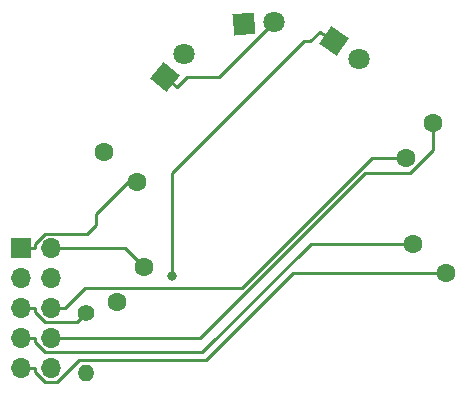
<source format=gbr>
%TF.GenerationSoftware,KiCad,Pcbnew,(6.0.7-1)-1*%
%TF.CreationDate,2023-11-13T05:29:28+10:00*%
%TF.ProjectId,BATT-PCB,42415454-2d50-4434-922e-6b696361645f,rev?*%
%TF.SameCoordinates,Original*%
%TF.FileFunction,Copper,L1,Top*%
%TF.FilePolarity,Positive*%
%FSLAX46Y46*%
G04 Gerber Fmt 4.6, Leading zero omitted, Abs format (unit mm)*
G04 Created by KiCad (PCBNEW (6.0.7-1)-1) date 2023-11-13 05:29:28*
%MOMM*%
%LPD*%
G01*
G04 APERTURE LIST*
G04 Aperture macros list*
%AMRotRect*
0 Rectangle, with rotation*
0 The origin of the aperture is its center*
0 $1 length*
0 $2 width*
0 $3 Rotation angle, in degrees counterclockwise*
0 Add horizontal line*
21,1,$1,$2,0,0,$3*%
G04 Aperture macros list end*
%TA.AperFunction,ComponentPad*%
%ADD10C,1.400000*%
%TD*%
%TA.AperFunction,ComponentPad*%
%ADD11O,1.400000X1.400000*%
%TD*%
%TA.AperFunction,ComponentPad*%
%ADD12RotRect,1.800000X1.800000X50.000000*%
%TD*%
%TA.AperFunction,ComponentPad*%
%ADD13C,1.800000*%
%TD*%
%TA.AperFunction,ComponentPad*%
%ADD14RotRect,1.800000X1.800000X5.000000*%
%TD*%
%TA.AperFunction,ComponentPad*%
%ADD15C,1.600000*%
%TD*%
%TA.AperFunction,ComponentPad*%
%ADD16RotRect,1.800000X1.800000X325.000000*%
%TD*%
%TA.AperFunction,ComponentPad*%
%ADD17R,1.700000X1.700000*%
%TD*%
%TA.AperFunction,ComponentPad*%
%ADD18O,1.700000X1.700000*%
%TD*%
%TA.AperFunction,ViaPad*%
%ADD19C,0.800000*%
%TD*%
%TA.AperFunction,Conductor*%
%ADD20C,0.250000*%
%TD*%
G04 APERTURE END LIST*
D10*
%TO.P,R1,1*%
%TO.N,/LED-12V*%
X75000000Y-85000000D03*
D11*
%TO.P,R1,2*%
%TO.N,Net-(D1-Pad1)*%
X75000000Y-90080000D03*
%TD*%
D12*
%TO.P,D3,1,K*%
%TO.N,Net-(D2-Pad2)*%
X81680400Y-64976700D03*
D13*
%TO.P,D3,2,A*%
%TO.N,/LED+12V*%
X83313081Y-63030947D03*
%TD*%
D14*
%TO.P,D2,1,K*%
%TO.N,Net-(D1-Pad2)*%
X88405300Y-60531400D03*
D13*
%TO.P,D2,2,A*%
%TO.N,Net-(D2-Pad2)*%
X90935635Y-60310024D03*
%TD*%
D15*
%TO.P,U1,1*%
%TO.N,/STEPPER-1-1*%
X79297119Y-73880003D03*
%TO.P,U1,2*%
%TO.N,/STEPPER-1-2*%
X79929870Y-81112377D03*
%TO.P,U1,3*%
%TO.N,/STEPPER-1-3*%
X102702881Y-79119997D03*
%TO.P,U1,4*%
%TO.N,/STEPPER-1-4*%
X102070130Y-71887623D03*
%TO.P,U1,5*%
%TO.N,/STEPPER-2-1*%
X76528850Y-71381767D03*
%TO.P,U1,6*%
%TO.N,/STEPPER-2-2*%
X77607585Y-84055979D03*
%TO.P,U1,7*%
%TO.N,/STEPPER-2-3*%
X105501036Y-81615618D03*
%TO.P,U1,8*%
%TO.N,/STEPPER-2-4*%
X104392415Y-68944021D03*
%TD*%
D16*
%TO.P,D1,1,K*%
%TO.N,Net-(D1-Pad1)*%
X96000000Y-62000000D03*
D13*
%TO.P,D1,2,A*%
%TO.N,Net-(D1-Pad2)*%
X98080646Y-63456884D03*
%TD*%
D17*
%TO.P,J1,1,Pin_1*%
%TO.N,/STEPPER-1-1*%
X69500000Y-79500000D03*
D18*
%TO.P,J1,2,Pin_2*%
%TO.N,/STEPPER-1-2*%
X72040000Y-79500000D03*
%TO.P,J1,3,Pin_3*%
%TO.N,/STEPPER-2-1*%
X69500000Y-82040000D03*
%TO.P,J1,4,Pin_4*%
%TO.N,/STEPPER-2-2*%
X72040000Y-82040000D03*
%TO.P,J1,5,Pin_5*%
%TO.N,/LED-12V*%
X69500000Y-84580000D03*
%TO.P,J1,6,Pin_6*%
%TO.N,/STEPPER-1-4*%
X72040000Y-84580000D03*
%TO.P,J1,7,Pin_7*%
%TO.N,/STEPPER-1-3*%
X69500000Y-87120000D03*
%TO.P,J1,8,Pin_8*%
%TO.N,/STEPPER-2-4*%
X72040000Y-87120000D03*
%TO.P,J1,9,Pin_9*%
%TO.N,/STEPPER-2-3*%
X69500000Y-89660000D03*
%TO.P,J1,10,Pin_10*%
%TO.N,/LED+12V*%
X72040000Y-89660000D03*
%TD*%
D19*
%TO.N,Net-(D1-Pad1)*%
X82257400Y-81836000D03*
%TD*%
D20*
%TO.N,/STEPPER-2-3*%
X69500000Y-89660000D02*
X70675300Y-89660000D01*
X92556500Y-81615600D02*
X105501000Y-81615600D01*
X85171100Y-89001000D02*
X92556500Y-81615600D01*
X74416100Y-89001000D02*
X85171100Y-89001000D01*
X72572200Y-90844900D02*
X74416100Y-89001000D01*
X71492900Y-90844900D02*
X72572200Y-90844900D01*
X70675300Y-90027300D02*
X71492900Y-90844900D01*
X70675300Y-89660000D02*
X70675300Y-90027300D01*
%TO.N,/STEPPER-2-4*%
X104392400Y-71212600D02*
X104392400Y-68944000D01*
X102426700Y-73178300D02*
X104392400Y-71212600D01*
X98601800Y-73178300D02*
X102426700Y-73178300D01*
X84660100Y-87120000D02*
X98601800Y-73178300D01*
X72040000Y-87120000D02*
X84660100Y-87120000D01*
%TO.N,/STEPPER-1-3*%
X69500000Y-87120000D02*
X70675300Y-87120000D01*
X94041900Y-79120000D02*
X102702900Y-79120000D01*
X84846100Y-88315800D02*
X94041900Y-79120000D01*
X71503800Y-88315800D02*
X84846100Y-88315800D01*
X70675300Y-87487300D02*
X71503800Y-88315800D01*
X70675300Y-87120000D02*
X70675300Y-87487300D01*
%TO.N,/STEPPER-1-4*%
X99224900Y-71887600D02*
X102070100Y-71887600D01*
X88202400Y-82910100D02*
X99224900Y-71887600D01*
X74885200Y-82910100D02*
X88202400Y-82910100D01*
X73215300Y-84580000D02*
X74885200Y-82910100D01*
X72040000Y-84580000D02*
X73215300Y-84580000D01*
%TO.N,/STEPPER-1-2*%
X78317500Y-79500000D02*
X79929900Y-81112400D01*
X72040000Y-79500000D02*
X78317500Y-79500000D01*
%TO.N,/STEPPER-1-1*%
X78549500Y-73880000D02*
X79297100Y-73880000D01*
X75852400Y-76577100D02*
X78549500Y-73880000D01*
X75852400Y-77517700D02*
X75852400Y-76577100D01*
X75045400Y-78324700D02*
X75852400Y-77517700D01*
X71483200Y-78324700D02*
X75045400Y-78324700D01*
X70675300Y-79132600D02*
X71483200Y-78324700D01*
X70675300Y-79500000D02*
X70675300Y-79132600D01*
X69500000Y-79500000D02*
X70675300Y-79500000D01*
%TO.N,/LED-12V*%
X74234300Y-85765700D02*
X75000000Y-85000000D01*
X71493700Y-85765700D02*
X74234300Y-85765700D01*
X70675300Y-84947300D02*
X71493700Y-85765700D01*
X70675300Y-84580000D02*
X70675300Y-84947300D01*
X69500000Y-84580000D02*
X70675300Y-84580000D01*
%TO.N,Net-(D2-Pad2)*%
X83557700Y-64976700D02*
X82701100Y-65833300D01*
X86268900Y-64976700D02*
X83557700Y-64976700D01*
X90935600Y-60310000D02*
X86268900Y-64976700D01*
X81680400Y-64976700D02*
X82701100Y-65833300D01*
%TO.N,Net-(D1-Pad1)*%
X82257400Y-73172600D02*
X82257400Y-81836000D01*
X93430000Y-62000000D02*
X82257400Y-73172600D01*
X93992500Y-62000000D02*
X93430000Y-62000000D01*
X94819300Y-61173200D02*
X93992500Y-62000000D01*
X96000000Y-62000000D02*
X94819300Y-61173200D01*
%TD*%
M02*

</source>
